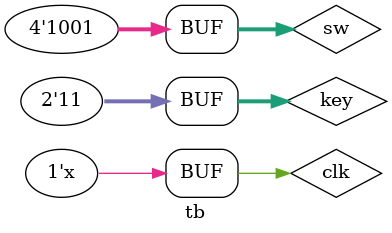
<source format=v>
module tb;

	reg clk = 0;
	
	always #5 clk = ~clk;
	
	reg [3:0] sw;
	reg [1:0] key = 2'b11;
	wire [7:0] led;
	
	GCD gcd(sw,key,clk,led);
	
	initial begin
		#20;
		sw = 4'b0000;
		key[0] = 1'b0;
		#20;
		key[0] = 1'b1;
		#20;
		sw = 4'b1111;
		key[0] = 1'b0;
		#20;
		key[0] = 1'b1;
		#20;
		sw = 4'b0001;
		key[0] = 1'b0;
		#20;
		key[0] = 1'b1;
		#20;
		sw = 4'b1001;
		key[0] = 1'b0;
		#20;
		key[0] = 1'b1;
		#20;
		
		key[1] = 1'b0;
		#20;
		key[1] = 1'b1;
		
	end

endmodule 
</source>
